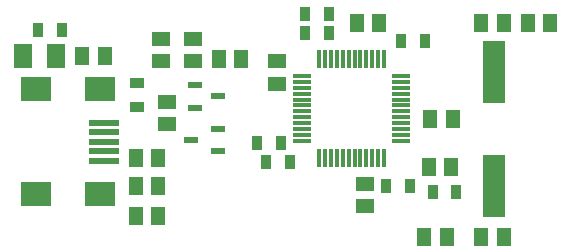
<source format=gtp>
G04*
G04 #@! TF.GenerationSoftware,Altium Limited,Altium Designer,24.3.1 (35)*
G04*
G04 Layer_Color=8421504*
%FSLAX44Y44*%
%MOMM*%
G71*
G04*
G04 #@! TF.SameCoordinates,268BF101-0F90-4EF0-BC03-07382AAEC2E5*
G04*
G04*
G04 #@! TF.FilePolarity,Positive*
G04*
G01*
G75*
G04:AMPARAMS|DCode=17|XSize=0.28mm|YSize=1.56mm|CornerRadius=0.07mm|HoleSize=0mm|Usage=FLASHONLY|Rotation=270.000|XOffset=0mm|YOffset=0mm|HoleType=Round|Shape=RoundedRectangle|*
%AMROUNDEDRECTD17*
21,1,0.2800,1.4200,0,0,270.0*
21,1,0.1400,1.5600,0,0,270.0*
1,1,0.1400,-0.7100,-0.0700*
1,1,0.1400,-0.7100,0.0700*
1,1,0.1400,0.7100,0.0700*
1,1,0.1400,0.7100,-0.0700*
%
%ADD17ROUNDEDRECTD17*%
%ADD18R,1.3000X1.6000*%
G04:AMPARAMS|DCode=19|XSize=0.28mm|YSize=1.56mm|CornerRadius=0.07mm|HoleSize=0mm|Usage=FLASHONLY|Rotation=180.000|XOffset=0mm|YOffset=0mm|HoleType=Round|Shape=RoundedRectangle|*
%AMROUNDEDRECTD19*
21,1,0.2800,1.4200,0,0,180.0*
21,1,0.1400,1.5600,0,0,180.0*
1,1,0.1400,-0.0700,0.7100*
1,1,0.1400,0.0700,0.7100*
1,1,0.1400,0.0700,-0.7100*
1,1,0.1400,-0.0700,-0.7100*
%
%ADD19ROUNDEDRECTD19*%
%ADD20R,0.9500X1.3000*%
%ADD21R,1.6000X1.3000*%
%ADD22R,1.1500X0.6000*%
%ADD23R,1.9304X5.3340*%
G04:AMPARAMS|DCode=24|XSize=1.26mm|YSize=0.59mm|CornerRadius=0.0738mm|HoleSize=0mm|Usage=FLASHONLY|Rotation=0.000|XOffset=0mm|YOffset=0mm|HoleType=Round|Shape=RoundedRectangle|*
%AMROUNDEDRECTD24*
21,1,1.2600,0.4425,0,0,0.0*
21,1,1.1125,0.5900,0,0,0.0*
1,1,0.1475,0.5563,-0.2213*
1,1,0.1475,-0.5563,-0.2213*
1,1,0.1475,-0.5563,0.2213*
1,1,0.1475,0.5563,0.2213*
%
%ADD24ROUNDEDRECTD24*%
%ADD25R,1.3000X0.9500*%
%ADD26R,2.5000X0.5238*%
%ADD27R,2.5000X2.0000*%
%ADD28R,1.6000X2.0000*%
D17*
X782430Y793870D02*
D03*
Y773870D02*
D03*
Y778870D02*
D03*
Y783870D02*
D03*
Y788870D02*
D03*
Y798870D02*
D03*
Y803870D02*
D03*
Y808870D02*
D03*
Y813870D02*
D03*
Y818870D02*
D03*
Y823870D02*
D03*
Y828870D02*
D03*
X866030D02*
D03*
Y823870D02*
D03*
Y818870D02*
D03*
Y813870D02*
D03*
Y808870D02*
D03*
Y803870D02*
D03*
Y798870D02*
D03*
Y793870D02*
D03*
Y788870D02*
D03*
Y783870D02*
D03*
Y778870D02*
D03*
Y773870D02*
D03*
D18*
X660400Y735330D02*
D03*
Y759460D02*
D03*
X847700Y873760D02*
D03*
X828700D02*
D03*
X641400Y759460D02*
D03*
X992480Y873760D02*
D03*
X973480D02*
D03*
X953110D02*
D03*
X934110D02*
D03*
X596290Y845820D02*
D03*
X615290D02*
D03*
X909930Y792480D02*
D03*
X890930D02*
D03*
X908660Y751840D02*
D03*
X889660D02*
D03*
X885850Y692912D02*
D03*
X904850D02*
D03*
X934110D02*
D03*
X953110D02*
D03*
X641400Y735330D02*
D03*
Y709930D02*
D03*
X660400D02*
D03*
X711860Y843026D02*
D03*
X730860D02*
D03*
D19*
X851730Y759570D02*
D03*
X846730D02*
D03*
X841730D02*
D03*
X836730D02*
D03*
X831730D02*
D03*
X826730D02*
D03*
X821730D02*
D03*
X816730D02*
D03*
X811730D02*
D03*
X806730D02*
D03*
X801730D02*
D03*
X796730D02*
D03*
Y843170D02*
D03*
X801730D02*
D03*
X806730D02*
D03*
X811730D02*
D03*
X816730D02*
D03*
X821730D02*
D03*
X826730D02*
D03*
X831730D02*
D03*
X836730D02*
D03*
X841730D02*
D03*
X846730D02*
D03*
X851730D02*
D03*
D20*
X853600Y735330D02*
D03*
X873600Y735330D02*
D03*
X578960Y867410D02*
D03*
X558960Y867410D02*
D03*
X772000Y755650D02*
D03*
X752000Y755650D02*
D03*
X764380Y772160D02*
D03*
X744380Y772160D02*
D03*
X785020Y881380D02*
D03*
X805020Y881380D02*
D03*
X785020Y864870D02*
D03*
X805020Y864870D02*
D03*
X886300Y858520D02*
D03*
X866300Y858520D02*
D03*
X912970Y730250D02*
D03*
X892970Y730250D02*
D03*
D21*
X760730Y822350D02*
D03*
Y841350D02*
D03*
X835660Y718710D02*
D03*
Y737710D02*
D03*
X668020Y788060D02*
D03*
Y807060D02*
D03*
X689610Y841400D02*
D03*
Y860400D02*
D03*
X662940Y841400D02*
D03*
Y860400D02*
D03*
D22*
X688520Y774700D02*
D03*
X711020Y784200D02*
D03*
Y765200D02*
D03*
D23*
X944880Y735330D02*
D03*
Y831851D02*
D03*
D24*
X710840Y811530D02*
D03*
X691240Y802030D02*
D03*
Y821030D02*
D03*
D25*
X642532Y802878D02*
D03*
Y822878D02*
D03*
D26*
X614270Y789020D02*
D03*
Y781020D02*
D03*
Y773020D02*
D03*
Y765020D02*
D03*
Y757020D02*
D03*
D27*
X611270Y817520D02*
D03*
Y728520D02*
D03*
X556770Y817520D02*
D03*
Y728520D02*
D03*
D28*
X574070Y845820D02*
D03*
X546070D02*
D03*
M02*

</source>
